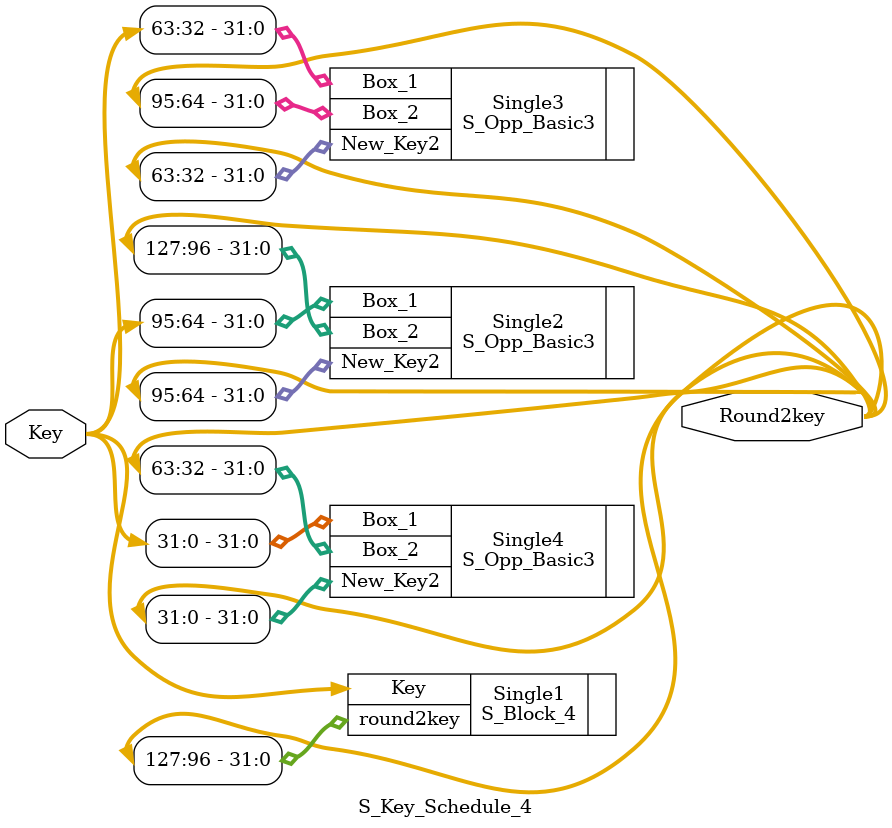
<source format=v>
module S_Key_Schedule_4(Key,Round2key);
  input [127:0]Key;
  output [127:0]Round2key;
  
S_Block_4 Single1 (
                     .Key(Key),                              
                     .round2key(Round2key[127:96])
                    );


S_Opp_Basic3 Single2 (
                        .Box_1(Key[95:64]), 
                        .Box_2(Round2key[127:96]), 
                        .New_Key2(Round2key[95:64])
                       );


S_Opp_Basic3 Single3 (
                       .Box_1(Key[63:32]), 
                       .Box_2(Round2key[95:64]), 
                       .New_Key2(Round2key[63:32])
                       );


S_Opp_Basic3 Single4 (
                       .Box_1(Key[31:0]), 
                       .Box_2(Round2key[63:32]), 
                       .New_Key2(Round2key[31:0])
                       );

endmodule


</source>
